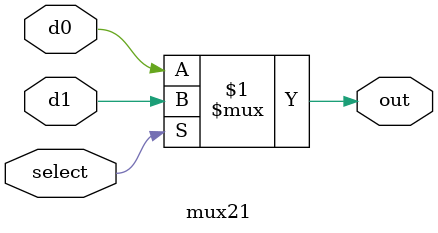
<source format=v>


module mux21 (input d0, d1, select, output out);

assign out = select ? d1:d0;

endmodule


</source>
